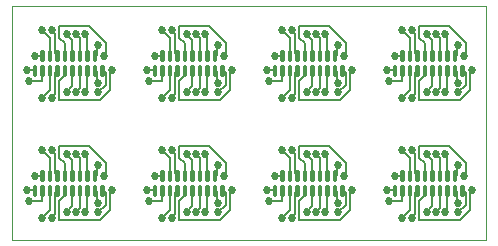
<source format=gtl>
G75*
%MOIN*%
%OFA0B0*%
%FSLAX25Y25*%
%IPPOS*%
%LPD*%
%AMOC8*
5,1,8,0,0,1.08239X$1,22.5*
%
%ADD10C,0.00000*%
%ADD11C,0.01350*%
%ADD12C,0.00600*%
%ADD13C,0.02700*%
D10*
X0001500Y0001500D02*
X0001500Y0079500D01*
X0159500Y0079500D01*
X0159500Y0001500D01*
X0121500Y0001500D01*
X0039500Y0001500D01*
X0001500Y0001500D01*
X0041500Y0001500D02*
X0079500Y0001500D01*
X0081500Y0001500D02*
X0119500Y0001500D01*
D11*
X0111625Y0016675D02*
X0111625Y0019325D01*
X0111775Y0019325D01*
X0111775Y0016675D01*
X0111625Y0016675D01*
X0111625Y0018024D02*
X0111775Y0018024D01*
X0109125Y0019325D02*
X0109125Y0016675D01*
X0109125Y0019325D02*
X0109275Y0019325D01*
X0109275Y0016675D01*
X0109125Y0016675D01*
X0109125Y0018024D02*
X0109275Y0018024D01*
X0106625Y0019325D02*
X0106625Y0016675D01*
X0106625Y0019325D02*
X0106775Y0019325D01*
X0106775Y0016675D01*
X0106625Y0016675D01*
X0106625Y0018024D02*
X0106775Y0018024D01*
X0104125Y0019325D02*
X0104125Y0016675D01*
X0104125Y0019325D02*
X0104275Y0019325D01*
X0104275Y0016675D01*
X0104125Y0016675D01*
X0104125Y0018024D02*
X0104275Y0018024D01*
X0101625Y0019325D02*
X0101625Y0016675D01*
X0101625Y0019325D02*
X0101775Y0019325D01*
X0101775Y0016675D01*
X0101625Y0016675D01*
X0101625Y0018024D02*
X0101775Y0018024D01*
X0099125Y0019325D02*
X0099125Y0016675D01*
X0099125Y0019325D02*
X0099275Y0019325D01*
X0099275Y0016675D01*
X0099125Y0016675D01*
X0099125Y0018024D02*
X0099275Y0018024D01*
X0096625Y0019325D02*
X0096625Y0016675D01*
X0096625Y0019325D02*
X0096775Y0019325D01*
X0096775Y0016675D01*
X0096625Y0016675D01*
X0096625Y0018024D02*
X0096775Y0018024D01*
X0094125Y0019325D02*
X0094125Y0016675D01*
X0094125Y0019325D02*
X0094275Y0019325D01*
X0094275Y0016675D01*
X0094125Y0016675D01*
X0094125Y0018024D02*
X0094275Y0018024D01*
X0091625Y0019325D02*
X0091625Y0016675D01*
X0091625Y0019325D02*
X0091775Y0019325D01*
X0091775Y0016675D01*
X0091625Y0016675D01*
X0091625Y0018024D02*
X0091775Y0018024D01*
X0089125Y0019325D02*
X0089125Y0016675D01*
X0089125Y0019325D02*
X0089275Y0019325D01*
X0089275Y0016675D01*
X0089125Y0016675D01*
X0089125Y0018024D02*
X0089275Y0018024D01*
X0091625Y0021675D02*
X0091625Y0024325D01*
X0091775Y0024325D01*
X0091775Y0021675D01*
X0091625Y0021675D01*
X0091625Y0023024D02*
X0091775Y0023024D01*
X0094125Y0024325D02*
X0094125Y0021675D01*
X0094125Y0024325D02*
X0094275Y0024325D01*
X0094275Y0021675D01*
X0094125Y0021675D01*
X0094125Y0023024D02*
X0094275Y0023024D01*
X0096625Y0024325D02*
X0096625Y0021675D01*
X0096625Y0024325D02*
X0096775Y0024325D01*
X0096775Y0021675D01*
X0096625Y0021675D01*
X0096625Y0023024D02*
X0096775Y0023024D01*
X0099125Y0024325D02*
X0099125Y0021675D01*
X0099125Y0024325D02*
X0099275Y0024325D01*
X0099275Y0021675D01*
X0099125Y0021675D01*
X0099125Y0023024D02*
X0099275Y0023024D01*
X0101625Y0024325D02*
X0101625Y0021675D01*
X0101625Y0024325D02*
X0101775Y0024325D01*
X0101775Y0021675D01*
X0101625Y0021675D01*
X0101625Y0023024D02*
X0101775Y0023024D01*
X0104125Y0024325D02*
X0104125Y0021675D01*
X0104125Y0024325D02*
X0104275Y0024325D01*
X0104275Y0021675D01*
X0104125Y0021675D01*
X0104125Y0023024D02*
X0104275Y0023024D01*
X0106625Y0024325D02*
X0106625Y0021675D01*
X0106625Y0024325D02*
X0106775Y0024325D01*
X0106775Y0021675D01*
X0106625Y0021675D01*
X0106625Y0023024D02*
X0106775Y0023024D01*
X0109125Y0024325D02*
X0109125Y0021675D01*
X0109125Y0024325D02*
X0109275Y0024325D01*
X0109275Y0021675D01*
X0109125Y0021675D01*
X0109125Y0023024D02*
X0109275Y0023024D01*
X0129125Y0019325D02*
X0129125Y0016675D01*
X0129125Y0019325D02*
X0129275Y0019325D01*
X0129275Y0016675D01*
X0129125Y0016675D01*
X0129125Y0018024D02*
X0129275Y0018024D01*
X0131625Y0019325D02*
X0131625Y0016675D01*
X0131625Y0019325D02*
X0131775Y0019325D01*
X0131775Y0016675D01*
X0131625Y0016675D01*
X0131625Y0018024D02*
X0131775Y0018024D01*
X0134125Y0019325D02*
X0134125Y0016675D01*
X0134125Y0019325D02*
X0134275Y0019325D01*
X0134275Y0016675D01*
X0134125Y0016675D01*
X0134125Y0018024D02*
X0134275Y0018024D01*
X0136625Y0019325D02*
X0136625Y0016675D01*
X0136625Y0019325D02*
X0136775Y0019325D01*
X0136775Y0016675D01*
X0136625Y0016675D01*
X0136625Y0018024D02*
X0136775Y0018024D01*
X0139125Y0019325D02*
X0139125Y0016675D01*
X0139125Y0019325D02*
X0139275Y0019325D01*
X0139275Y0016675D01*
X0139125Y0016675D01*
X0139125Y0018024D02*
X0139275Y0018024D01*
X0141625Y0019325D02*
X0141625Y0016675D01*
X0141625Y0019325D02*
X0141775Y0019325D01*
X0141775Y0016675D01*
X0141625Y0016675D01*
X0141625Y0018024D02*
X0141775Y0018024D01*
X0144125Y0019325D02*
X0144125Y0016675D01*
X0144125Y0019325D02*
X0144275Y0019325D01*
X0144275Y0016675D01*
X0144125Y0016675D01*
X0144125Y0018024D02*
X0144275Y0018024D01*
X0146625Y0019325D02*
X0146625Y0016675D01*
X0146625Y0019325D02*
X0146775Y0019325D01*
X0146775Y0016675D01*
X0146625Y0016675D01*
X0146625Y0018024D02*
X0146775Y0018024D01*
X0149125Y0019325D02*
X0149125Y0016675D01*
X0149125Y0019325D02*
X0149275Y0019325D01*
X0149275Y0016675D01*
X0149125Y0016675D01*
X0149125Y0018024D02*
X0149275Y0018024D01*
X0151625Y0019325D02*
X0151625Y0016675D01*
X0151625Y0019325D02*
X0151775Y0019325D01*
X0151775Y0016675D01*
X0151625Y0016675D01*
X0151625Y0018024D02*
X0151775Y0018024D01*
X0149125Y0021675D02*
X0149125Y0024325D01*
X0149275Y0024325D01*
X0149275Y0021675D01*
X0149125Y0021675D01*
X0149125Y0023024D02*
X0149275Y0023024D01*
X0146625Y0024325D02*
X0146625Y0021675D01*
X0146625Y0024325D02*
X0146775Y0024325D01*
X0146775Y0021675D01*
X0146625Y0021675D01*
X0146625Y0023024D02*
X0146775Y0023024D01*
X0144125Y0024325D02*
X0144125Y0021675D01*
X0144125Y0024325D02*
X0144275Y0024325D01*
X0144275Y0021675D01*
X0144125Y0021675D01*
X0144125Y0023024D02*
X0144275Y0023024D01*
X0141625Y0024325D02*
X0141625Y0021675D01*
X0141625Y0024325D02*
X0141775Y0024325D01*
X0141775Y0021675D01*
X0141625Y0021675D01*
X0141625Y0023024D02*
X0141775Y0023024D01*
X0139125Y0024325D02*
X0139125Y0021675D01*
X0139125Y0024325D02*
X0139275Y0024325D01*
X0139275Y0021675D01*
X0139125Y0021675D01*
X0139125Y0023024D02*
X0139275Y0023024D01*
X0136625Y0024325D02*
X0136625Y0021675D01*
X0136625Y0024325D02*
X0136775Y0024325D01*
X0136775Y0021675D01*
X0136625Y0021675D01*
X0136625Y0023024D02*
X0136775Y0023024D01*
X0134125Y0024325D02*
X0134125Y0021675D01*
X0134125Y0024325D02*
X0134275Y0024325D01*
X0134275Y0021675D01*
X0134125Y0021675D01*
X0134125Y0023024D02*
X0134275Y0023024D01*
X0131625Y0024325D02*
X0131625Y0021675D01*
X0131625Y0024325D02*
X0131775Y0024325D01*
X0131775Y0021675D01*
X0131625Y0021675D01*
X0131625Y0023024D02*
X0131775Y0023024D01*
X0071625Y0019325D02*
X0071625Y0016675D01*
X0071625Y0019325D02*
X0071775Y0019325D01*
X0071775Y0016675D01*
X0071625Y0016675D01*
X0071625Y0018024D02*
X0071775Y0018024D01*
X0069125Y0019325D02*
X0069125Y0016675D01*
X0069125Y0019325D02*
X0069275Y0019325D01*
X0069275Y0016675D01*
X0069125Y0016675D01*
X0069125Y0018024D02*
X0069275Y0018024D01*
X0066625Y0019325D02*
X0066625Y0016675D01*
X0066625Y0019325D02*
X0066775Y0019325D01*
X0066775Y0016675D01*
X0066625Y0016675D01*
X0066625Y0018024D02*
X0066775Y0018024D01*
X0064125Y0019325D02*
X0064125Y0016675D01*
X0064125Y0019325D02*
X0064275Y0019325D01*
X0064275Y0016675D01*
X0064125Y0016675D01*
X0064125Y0018024D02*
X0064275Y0018024D01*
X0061625Y0019325D02*
X0061625Y0016675D01*
X0061625Y0019325D02*
X0061775Y0019325D01*
X0061775Y0016675D01*
X0061625Y0016675D01*
X0061625Y0018024D02*
X0061775Y0018024D01*
X0059125Y0019325D02*
X0059125Y0016675D01*
X0059125Y0019325D02*
X0059275Y0019325D01*
X0059275Y0016675D01*
X0059125Y0016675D01*
X0059125Y0018024D02*
X0059275Y0018024D01*
X0056625Y0019325D02*
X0056625Y0016675D01*
X0056625Y0019325D02*
X0056775Y0019325D01*
X0056775Y0016675D01*
X0056625Y0016675D01*
X0056625Y0018024D02*
X0056775Y0018024D01*
X0054125Y0019325D02*
X0054125Y0016675D01*
X0054125Y0019325D02*
X0054275Y0019325D01*
X0054275Y0016675D01*
X0054125Y0016675D01*
X0054125Y0018024D02*
X0054275Y0018024D01*
X0051625Y0019325D02*
X0051625Y0016675D01*
X0051625Y0019325D02*
X0051775Y0019325D01*
X0051775Y0016675D01*
X0051625Y0016675D01*
X0051625Y0018024D02*
X0051775Y0018024D01*
X0049125Y0019325D02*
X0049125Y0016675D01*
X0049125Y0019325D02*
X0049275Y0019325D01*
X0049275Y0016675D01*
X0049125Y0016675D01*
X0049125Y0018024D02*
X0049275Y0018024D01*
X0051625Y0021675D02*
X0051625Y0024325D01*
X0051775Y0024325D01*
X0051775Y0021675D01*
X0051625Y0021675D01*
X0051625Y0023024D02*
X0051775Y0023024D01*
X0054125Y0024325D02*
X0054125Y0021675D01*
X0054125Y0024325D02*
X0054275Y0024325D01*
X0054275Y0021675D01*
X0054125Y0021675D01*
X0054125Y0023024D02*
X0054275Y0023024D01*
X0056625Y0024325D02*
X0056625Y0021675D01*
X0056625Y0024325D02*
X0056775Y0024325D01*
X0056775Y0021675D01*
X0056625Y0021675D01*
X0056625Y0023024D02*
X0056775Y0023024D01*
X0059125Y0024325D02*
X0059125Y0021675D01*
X0059125Y0024325D02*
X0059275Y0024325D01*
X0059275Y0021675D01*
X0059125Y0021675D01*
X0059125Y0023024D02*
X0059275Y0023024D01*
X0061625Y0024325D02*
X0061625Y0021675D01*
X0061625Y0024325D02*
X0061775Y0024325D01*
X0061775Y0021675D01*
X0061625Y0021675D01*
X0061625Y0023024D02*
X0061775Y0023024D01*
X0064125Y0024325D02*
X0064125Y0021675D01*
X0064125Y0024325D02*
X0064275Y0024325D01*
X0064275Y0021675D01*
X0064125Y0021675D01*
X0064125Y0023024D02*
X0064275Y0023024D01*
X0066625Y0024325D02*
X0066625Y0021675D01*
X0066625Y0024325D02*
X0066775Y0024325D01*
X0066775Y0021675D01*
X0066625Y0021675D01*
X0066625Y0023024D02*
X0066775Y0023024D01*
X0069125Y0024325D02*
X0069125Y0021675D01*
X0069125Y0024325D02*
X0069275Y0024325D01*
X0069275Y0021675D01*
X0069125Y0021675D01*
X0069125Y0023024D02*
X0069275Y0023024D01*
X0031625Y0019325D02*
X0031625Y0016675D01*
X0031625Y0019325D02*
X0031775Y0019325D01*
X0031775Y0016675D01*
X0031625Y0016675D01*
X0031625Y0018024D02*
X0031775Y0018024D01*
X0029125Y0019325D02*
X0029125Y0016675D01*
X0029125Y0019325D02*
X0029275Y0019325D01*
X0029275Y0016675D01*
X0029125Y0016675D01*
X0029125Y0018024D02*
X0029275Y0018024D01*
X0026625Y0019325D02*
X0026625Y0016675D01*
X0026625Y0019325D02*
X0026775Y0019325D01*
X0026775Y0016675D01*
X0026625Y0016675D01*
X0026625Y0018024D02*
X0026775Y0018024D01*
X0024125Y0019325D02*
X0024125Y0016675D01*
X0024125Y0019325D02*
X0024275Y0019325D01*
X0024275Y0016675D01*
X0024125Y0016675D01*
X0024125Y0018024D02*
X0024275Y0018024D01*
X0021625Y0019325D02*
X0021625Y0016675D01*
X0021625Y0019325D02*
X0021775Y0019325D01*
X0021775Y0016675D01*
X0021625Y0016675D01*
X0021625Y0018024D02*
X0021775Y0018024D01*
X0019125Y0019325D02*
X0019125Y0016675D01*
X0019125Y0019325D02*
X0019275Y0019325D01*
X0019275Y0016675D01*
X0019125Y0016675D01*
X0019125Y0018024D02*
X0019275Y0018024D01*
X0016625Y0019325D02*
X0016625Y0016675D01*
X0016625Y0019325D02*
X0016775Y0019325D01*
X0016775Y0016675D01*
X0016625Y0016675D01*
X0016625Y0018024D02*
X0016775Y0018024D01*
X0014125Y0019325D02*
X0014125Y0016675D01*
X0014125Y0019325D02*
X0014275Y0019325D01*
X0014275Y0016675D01*
X0014125Y0016675D01*
X0014125Y0018024D02*
X0014275Y0018024D01*
X0011625Y0019325D02*
X0011625Y0016675D01*
X0011625Y0019325D02*
X0011775Y0019325D01*
X0011775Y0016675D01*
X0011625Y0016675D01*
X0011625Y0018024D02*
X0011775Y0018024D01*
X0009125Y0019325D02*
X0009125Y0016675D01*
X0009125Y0019325D02*
X0009275Y0019325D01*
X0009275Y0016675D01*
X0009125Y0016675D01*
X0009125Y0018024D02*
X0009275Y0018024D01*
X0011625Y0021675D02*
X0011625Y0024325D01*
X0011775Y0024325D01*
X0011775Y0021675D01*
X0011625Y0021675D01*
X0011625Y0023024D02*
X0011775Y0023024D01*
X0014125Y0024325D02*
X0014125Y0021675D01*
X0014125Y0024325D02*
X0014275Y0024325D01*
X0014275Y0021675D01*
X0014125Y0021675D01*
X0014125Y0023024D02*
X0014275Y0023024D01*
X0016625Y0024325D02*
X0016625Y0021675D01*
X0016625Y0024325D02*
X0016775Y0024325D01*
X0016775Y0021675D01*
X0016625Y0021675D01*
X0016625Y0023024D02*
X0016775Y0023024D01*
X0019125Y0024325D02*
X0019125Y0021675D01*
X0019125Y0024325D02*
X0019275Y0024325D01*
X0019275Y0021675D01*
X0019125Y0021675D01*
X0019125Y0023024D02*
X0019275Y0023024D01*
X0021625Y0024325D02*
X0021625Y0021675D01*
X0021625Y0024325D02*
X0021775Y0024325D01*
X0021775Y0021675D01*
X0021625Y0021675D01*
X0021625Y0023024D02*
X0021775Y0023024D01*
X0024125Y0024325D02*
X0024125Y0021675D01*
X0024125Y0024325D02*
X0024275Y0024325D01*
X0024275Y0021675D01*
X0024125Y0021675D01*
X0024125Y0023024D02*
X0024275Y0023024D01*
X0026625Y0024325D02*
X0026625Y0021675D01*
X0026625Y0024325D02*
X0026775Y0024325D01*
X0026775Y0021675D01*
X0026625Y0021675D01*
X0026625Y0023024D02*
X0026775Y0023024D01*
X0029125Y0024325D02*
X0029125Y0021675D01*
X0029125Y0024325D02*
X0029275Y0024325D01*
X0029275Y0021675D01*
X0029125Y0021675D01*
X0029125Y0023024D02*
X0029275Y0023024D01*
X0029125Y0056675D02*
X0029125Y0059325D01*
X0029275Y0059325D01*
X0029275Y0056675D01*
X0029125Y0056675D01*
X0029125Y0058024D02*
X0029275Y0058024D01*
X0031625Y0059325D02*
X0031625Y0056675D01*
X0031625Y0059325D02*
X0031775Y0059325D01*
X0031775Y0056675D01*
X0031625Y0056675D01*
X0031625Y0058024D02*
X0031775Y0058024D01*
X0026625Y0059325D02*
X0026625Y0056675D01*
X0026625Y0059325D02*
X0026775Y0059325D01*
X0026775Y0056675D01*
X0026625Y0056675D01*
X0026625Y0058024D02*
X0026775Y0058024D01*
X0024125Y0059325D02*
X0024125Y0056675D01*
X0024125Y0059325D02*
X0024275Y0059325D01*
X0024275Y0056675D01*
X0024125Y0056675D01*
X0024125Y0058024D02*
X0024275Y0058024D01*
X0021625Y0059325D02*
X0021625Y0056675D01*
X0021625Y0059325D02*
X0021775Y0059325D01*
X0021775Y0056675D01*
X0021625Y0056675D01*
X0021625Y0058024D02*
X0021775Y0058024D01*
X0019125Y0059325D02*
X0019125Y0056675D01*
X0019125Y0059325D02*
X0019275Y0059325D01*
X0019275Y0056675D01*
X0019125Y0056675D01*
X0019125Y0058024D02*
X0019275Y0058024D01*
X0016625Y0059325D02*
X0016625Y0056675D01*
X0016625Y0059325D02*
X0016775Y0059325D01*
X0016775Y0056675D01*
X0016625Y0056675D01*
X0016625Y0058024D02*
X0016775Y0058024D01*
X0014125Y0059325D02*
X0014125Y0056675D01*
X0014125Y0059325D02*
X0014275Y0059325D01*
X0014275Y0056675D01*
X0014125Y0056675D01*
X0014125Y0058024D02*
X0014275Y0058024D01*
X0011625Y0059325D02*
X0011625Y0056675D01*
X0011625Y0059325D02*
X0011775Y0059325D01*
X0011775Y0056675D01*
X0011625Y0056675D01*
X0011625Y0058024D02*
X0011775Y0058024D01*
X0009125Y0059325D02*
X0009125Y0056675D01*
X0009125Y0059325D02*
X0009275Y0059325D01*
X0009275Y0056675D01*
X0009125Y0056675D01*
X0009125Y0058024D02*
X0009275Y0058024D01*
X0011625Y0061675D02*
X0011625Y0064325D01*
X0011775Y0064325D01*
X0011775Y0061675D01*
X0011625Y0061675D01*
X0011625Y0063024D02*
X0011775Y0063024D01*
X0014125Y0064325D02*
X0014125Y0061675D01*
X0014125Y0064325D02*
X0014275Y0064325D01*
X0014275Y0061675D01*
X0014125Y0061675D01*
X0014125Y0063024D02*
X0014275Y0063024D01*
X0016625Y0064325D02*
X0016625Y0061675D01*
X0016625Y0064325D02*
X0016775Y0064325D01*
X0016775Y0061675D01*
X0016625Y0061675D01*
X0016625Y0063024D02*
X0016775Y0063024D01*
X0019125Y0064325D02*
X0019125Y0061675D01*
X0019125Y0064325D02*
X0019275Y0064325D01*
X0019275Y0061675D01*
X0019125Y0061675D01*
X0019125Y0063024D02*
X0019275Y0063024D01*
X0021625Y0064325D02*
X0021625Y0061675D01*
X0021625Y0064325D02*
X0021775Y0064325D01*
X0021775Y0061675D01*
X0021625Y0061675D01*
X0021625Y0063024D02*
X0021775Y0063024D01*
X0024125Y0064325D02*
X0024125Y0061675D01*
X0024125Y0064325D02*
X0024275Y0064325D01*
X0024275Y0061675D01*
X0024125Y0061675D01*
X0024125Y0063024D02*
X0024275Y0063024D01*
X0026625Y0064325D02*
X0026625Y0061675D01*
X0026625Y0064325D02*
X0026775Y0064325D01*
X0026775Y0061675D01*
X0026625Y0061675D01*
X0026625Y0063024D02*
X0026775Y0063024D01*
X0029125Y0064325D02*
X0029125Y0061675D01*
X0029125Y0064325D02*
X0029275Y0064325D01*
X0029275Y0061675D01*
X0029125Y0061675D01*
X0029125Y0063024D02*
X0029275Y0063024D01*
X0049125Y0059325D02*
X0049125Y0056675D01*
X0049125Y0059325D02*
X0049275Y0059325D01*
X0049275Y0056675D01*
X0049125Y0056675D01*
X0049125Y0058024D02*
X0049275Y0058024D01*
X0051625Y0059325D02*
X0051625Y0056675D01*
X0051625Y0059325D02*
X0051775Y0059325D01*
X0051775Y0056675D01*
X0051625Y0056675D01*
X0051625Y0058024D02*
X0051775Y0058024D01*
X0054125Y0059325D02*
X0054125Y0056675D01*
X0054125Y0059325D02*
X0054275Y0059325D01*
X0054275Y0056675D01*
X0054125Y0056675D01*
X0054125Y0058024D02*
X0054275Y0058024D01*
X0056625Y0059325D02*
X0056625Y0056675D01*
X0056625Y0059325D02*
X0056775Y0059325D01*
X0056775Y0056675D01*
X0056625Y0056675D01*
X0056625Y0058024D02*
X0056775Y0058024D01*
X0059125Y0059325D02*
X0059125Y0056675D01*
X0059125Y0059325D02*
X0059275Y0059325D01*
X0059275Y0056675D01*
X0059125Y0056675D01*
X0059125Y0058024D02*
X0059275Y0058024D01*
X0061625Y0059325D02*
X0061625Y0056675D01*
X0061625Y0059325D02*
X0061775Y0059325D01*
X0061775Y0056675D01*
X0061625Y0056675D01*
X0061625Y0058024D02*
X0061775Y0058024D01*
X0064125Y0059325D02*
X0064125Y0056675D01*
X0064125Y0059325D02*
X0064275Y0059325D01*
X0064275Y0056675D01*
X0064125Y0056675D01*
X0064125Y0058024D02*
X0064275Y0058024D01*
X0066625Y0059325D02*
X0066625Y0056675D01*
X0066625Y0059325D02*
X0066775Y0059325D01*
X0066775Y0056675D01*
X0066625Y0056675D01*
X0066625Y0058024D02*
X0066775Y0058024D01*
X0069125Y0059325D02*
X0069125Y0056675D01*
X0069125Y0059325D02*
X0069275Y0059325D01*
X0069275Y0056675D01*
X0069125Y0056675D01*
X0069125Y0058024D02*
X0069275Y0058024D01*
X0071625Y0059325D02*
X0071625Y0056675D01*
X0071625Y0059325D02*
X0071775Y0059325D01*
X0071775Y0056675D01*
X0071625Y0056675D01*
X0071625Y0058024D02*
X0071775Y0058024D01*
X0069125Y0061675D02*
X0069125Y0064325D01*
X0069275Y0064325D01*
X0069275Y0061675D01*
X0069125Y0061675D01*
X0069125Y0063024D02*
X0069275Y0063024D01*
X0066625Y0064325D02*
X0066625Y0061675D01*
X0066625Y0064325D02*
X0066775Y0064325D01*
X0066775Y0061675D01*
X0066625Y0061675D01*
X0066625Y0063024D02*
X0066775Y0063024D01*
X0064125Y0064325D02*
X0064125Y0061675D01*
X0064125Y0064325D02*
X0064275Y0064325D01*
X0064275Y0061675D01*
X0064125Y0061675D01*
X0064125Y0063024D02*
X0064275Y0063024D01*
X0061625Y0064325D02*
X0061625Y0061675D01*
X0061625Y0064325D02*
X0061775Y0064325D01*
X0061775Y0061675D01*
X0061625Y0061675D01*
X0061625Y0063024D02*
X0061775Y0063024D01*
X0059125Y0064325D02*
X0059125Y0061675D01*
X0059125Y0064325D02*
X0059275Y0064325D01*
X0059275Y0061675D01*
X0059125Y0061675D01*
X0059125Y0063024D02*
X0059275Y0063024D01*
X0056625Y0064325D02*
X0056625Y0061675D01*
X0056625Y0064325D02*
X0056775Y0064325D01*
X0056775Y0061675D01*
X0056625Y0061675D01*
X0056625Y0063024D02*
X0056775Y0063024D01*
X0054125Y0064325D02*
X0054125Y0061675D01*
X0054125Y0064325D02*
X0054275Y0064325D01*
X0054275Y0061675D01*
X0054125Y0061675D01*
X0054125Y0063024D02*
X0054275Y0063024D01*
X0051625Y0064325D02*
X0051625Y0061675D01*
X0051625Y0064325D02*
X0051775Y0064325D01*
X0051775Y0061675D01*
X0051625Y0061675D01*
X0051625Y0063024D02*
X0051775Y0063024D01*
X0089125Y0059325D02*
X0089125Y0056675D01*
X0089125Y0059325D02*
X0089275Y0059325D01*
X0089275Y0056675D01*
X0089125Y0056675D01*
X0089125Y0058024D02*
X0089275Y0058024D01*
X0091625Y0059325D02*
X0091625Y0056675D01*
X0091625Y0059325D02*
X0091775Y0059325D01*
X0091775Y0056675D01*
X0091625Y0056675D01*
X0091625Y0058024D02*
X0091775Y0058024D01*
X0094125Y0059325D02*
X0094125Y0056675D01*
X0094125Y0059325D02*
X0094275Y0059325D01*
X0094275Y0056675D01*
X0094125Y0056675D01*
X0094125Y0058024D02*
X0094275Y0058024D01*
X0096625Y0059325D02*
X0096625Y0056675D01*
X0096625Y0059325D02*
X0096775Y0059325D01*
X0096775Y0056675D01*
X0096625Y0056675D01*
X0096625Y0058024D02*
X0096775Y0058024D01*
X0099125Y0059325D02*
X0099125Y0056675D01*
X0099125Y0059325D02*
X0099275Y0059325D01*
X0099275Y0056675D01*
X0099125Y0056675D01*
X0099125Y0058024D02*
X0099275Y0058024D01*
X0101625Y0059325D02*
X0101625Y0056675D01*
X0101625Y0059325D02*
X0101775Y0059325D01*
X0101775Y0056675D01*
X0101625Y0056675D01*
X0101625Y0058024D02*
X0101775Y0058024D01*
X0104125Y0059325D02*
X0104125Y0056675D01*
X0104125Y0059325D02*
X0104275Y0059325D01*
X0104275Y0056675D01*
X0104125Y0056675D01*
X0104125Y0058024D02*
X0104275Y0058024D01*
X0106625Y0059325D02*
X0106625Y0056675D01*
X0106625Y0059325D02*
X0106775Y0059325D01*
X0106775Y0056675D01*
X0106625Y0056675D01*
X0106625Y0058024D02*
X0106775Y0058024D01*
X0109125Y0059325D02*
X0109125Y0056675D01*
X0109125Y0059325D02*
X0109275Y0059325D01*
X0109275Y0056675D01*
X0109125Y0056675D01*
X0109125Y0058024D02*
X0109275Y0058024D01*
X0111625Y0059325D02*
X0111625Y0056675D01*
X0111625Y0059325D02*
X0111775Y0059325D01*
X0111775Y0056675D01*
X0111625Y0056675D01*
X0111625Y0058024D02*
X0111775Y0058024D01*
X0109125Y0061675D02*
X0109125Y0064325D01*
X0109275Y0064325D01*
X0109275Y0061675D01*
X0109125Y0061675D01*
X0109125Y0063024D02*
X0109275Y0063024D01*
X0106625Y0064325D02*
X0106625Y0061675D01*
X0106625Y0064325D02*
X0106775Y0064325D01*
X0106775Y0061675D01*
X0106625Y0061675D01*
X0106625Y0063024D02*
X0106775Y0063024D01*
X0104125Y0064325D02*
X0104125Y0061675D01*
X0104125Y0064325D02*
X0104275Y0064325D01*
X0104275Y0061675D01*
X0104125Y0061675D01*
X0104125Y0063024D02*
X0104275Y0063024D01*
X0101625Y0064325D02*
X0101625Y0061675D01*
X0101625Y0064325D02*
X0101775Y0064325D01*
X0101775Y0061675D01*
X0101625Y0061675D01*
X0101625Y0063024D02*
X0101775Y0063024D01*
X0099125Y0064325D02*
X0099125Y0061675D01*
X0099125Y0064325D02*
X0099275Y0064325D01*
X0099275Y0061675D01*
X0099125Y0061675D01*
X0099125Y0063024D02*
X0099275Y0063024D01*
X0096625Y0064325D02*
X0096625Y0061675D01*
X0096625Y0064325D02*
X0096775Y0064325D01*
X0096775Y0061675D01*
X0096625Y0061675D01*
X0096625Y0063024D02*
X0096775Y0063024D01*
X0094125Y0064325D02*
X0094125Y0061675D01*
X0094125Y0064325D02*
X0094275Y0064325D01*
X0094275Y0061675D01*
X0094125Y0061675D01*
X0094125Y0063024D02*
X0094275Y0063024D01*
X0091625Y0064325D02*
X0091625Y0061675D01*
X0091625Y0064325D02*
X0091775Y0064325D01*
X0091775Y0061675D01*
X0091625Y0061675D01*
X0091625Y0063024D02*
X0091775Y0063024D01*
X0129125Y0059325D02*
X0129125Y0056675D01*
X0129125Y0059325D02*
X0129275Y0059325D01*
X0129275Y0056675D01*
X0129125Y0056675D01*
X0129125Y0058024D02*
X0129275Y0058024D01*
X0131625Y0059325D02*
X0131625Y0056675D01*
X0131625Y0059325D02*
X0131775Y0059325D01*
X0131775Y0056675D01*
X0131625Y0056675D01*
X0131625Y0058024D02*
X0131775Y0058024D01*
X0134125Y0059325D02*
X0134125Y0056675D01*
X0134125Y0059325D02*
X0134275Y0059325D01*
X0134275Y0056675D01*
X0134125Y0056675D01*
X0134125Y0058024D02*
X0134275Y0058024D01*
X0136625Y0059325D02*
X0136625Y0056675D01*
X0136625Y0059325D02*
X0136775Y0059325D01*
X0136775Y0056675D01*
X0136625Y0056675D01*
X0136625Y0058024D02*
X0136775Y0058024D01*
X0139125Y0059325D02*
X0139125Y0056675D01*
X0139125Y0059325D02*
X0139275Y0059325D01*
X0139275Y0056675D01*
X0139125Y0056675D01*
X0139125Y0058024D02*
X0139275Y0058024D01*
X0141625Y0059325D02*
X0141625Y0056675D01*
X0141625Y0059325D02*
X0141775Y0059325D01*
X0141775Y0056675D01*
X0141625Y0056675D01*
X0141625Y0058024D02*
X0141775Y0058024D01*
X0144125Y0059325D02*
X0144125Y0056675D01*
X0144125Y0059325D02*
X0144275Y0059325D01*
X0144275Y0056675D01*
X0144125Y0056675D01*
X0144125Y0058024D02*
X0144275Y0058024D01*
X0146625Y0059325D02*
X0146625Y0056675D01*
X0146625Y0059325D02*
X0146775Y0059325D01*
X0146775Y0056675D01*
X0146625Y0056675D01*
X0146625Y0058024D02*
X0146775Y0058024D01*
X0149125Y0059325D02*
X0149125Y0056675D01*
X0149125Y0059325D02*
X0149275Y0059325D01*
X0149275Y0056675D01*
X0149125Y0056675D01*
X0149125Y0058024D02*
X0149275Y0058024D01*
X0151625Y0059325D02*
X0151625Y0056675D01*
X0151625Y0059325D02*
X0151775Y0059325D01*
X0151775Y0056675D01*
X0151625Y0056675D01*
X0151625Y0058024D02*
X0151775Y0058024D01*
X0149125Y0061675D02*
X0149125Y0064325D01*
X0149275Y0064325D01*
X0149275Y0061675D01*
X0149125Y0061675D01*
X0149125Y0063024D02*
X0149275Y0063024D01*
X0146625Y0064325D02*
X0146625Y0061675D01*
X0146625Y0064325D02*
X0146775Y0064325D01*
X0146775Y0061675D01*
X0146625Y0061675D01*
X0146625Y0063024D02*
X0146775Y0063024D01*
X0144125Y0064325D02*
X0144125Y0061675D01*
X0144125Y0064325D02*
X0144275Y0064325D01*
X0144275Y0061675D01*
X0144125Y0061675D01*
X0144125Y0063024D02*
X0144275Y0063024D01*
X0141625Y0064325D02*
X0141625Y0061675D01*
X0141625Y0064325D02*
X0141775Y0064325D01*
X0141775Y0061675D01*
X0141625Y0061675D01*
X0141625Y0063024D02*
X0141775Y0063024D01*
X0139125Y0064325D02*
X0139125Y0061675D01*
X0139125Y0064325D02*
X0139275Y0064325D01*
X0139275Y0061675D01*
X0139125Y0061675D01*
X0139125Y0063024D02*
X0139275Y0063024D01*
X0136625Y0064325D02*
X0136625Y0061675D01*
X0136625Y0064325D02*
X0136775Y0064325D01*
X0136775Y0061675D01*
X0136625Y0061675D01*
X0136625Y0063024D02*
X0136775Y0063024D01*
X0134125Y0064325D02*
X0134125Y0061675D01*
X0134125Y0064325D02*
X0134275Y0064325D01*
X0134275Y0061675D01*
X0134125Y0061675D01*
X0134125Y0063024D02*
X0134275Y0063024D01*
X0131625Y0064325D02*
X0131625Y0061675D01*
X0131625Y0064325D02*
X0131775Y0064325D01*
X0131775Y0061675D01*
X0131625Y0061675D01*
X0131625Y0063024D02*
X0131775Y0063024D01*
D12*
X0131700Y0063000D02*
X0131625Y0062750D01*
X0129125Y0062750D01*
X0134125Y0063375D02*
X0134200Y0063000D01*
X0134125Y0063375D02*
X0134125Y0069000D01*
X0131625Y0071500D01*
X0134750Y0071500D02*
X0136000Y0070250D01*
X0136000Y0064000D01*
X0136625Y0063375D01*
X0136700Y0063000D01*
X0139125Y0063375D02*
X0139200Y0063000D01*
X0139125Y0063375D02*
X0139125Y0067125D01*
X0137250Y0069000D01*
X0137250Y0072750D01*
X0147250Y0072750D01*
X0152875Y0067125D01*
X0152875Y0063375D01*
X0152250Y0062750D01*
X0149750Y0063375D02*
X0149200Y0063000D01*
X0149750Y0063375D02*
X0149750Y0065875D01*
X0150375Y0066500D01*
X0146625Y0063375D02*
X0146625Y0069625D01*
X0146000Y0070250D01*
X0144125Y0069000D02*
X0144125Y0063375D01*
X0144200Y0063000D01*
X0141700Y0063000D02*
X0141625Y0063375D01*
X0141625Y0068375D01*
X0139750Y0070250D01*
X0142875Y0070250D02*
X0144125Y0069000D01*
X0146625Y0063375D02*
X0146700Y0063000D01*
X0154125Y0057750D02*
X0154750Y0058375D01*
X0154125Y0057750D02*
X0154125Y0051500D01*
X0151000Y0048375D01*
X0137250Y0048375D01*
X0137250Y0054625D01*
X0139125Y0056500D01*
X0139125Y0057750D01*
X0139200Y0058000D01*
X0141625Y0057750D02*
X0141700Y0058000D01*
X0141625Y0057750D02*
X0141625Y0052750D01*
X0139750Y0050875D01*
X0142875Y0050875D02*
X0144125Y0052125D01*
X0144125Y0057750D01*
X0144200Y0058000D01*
X0146625Y0057750D02*
X0146700Y0058000D01*
X0146625Y0057750D02*
X0146625Y0051500D01*
X0146000Y0050875D01*
X0150375Y0050875D02*
X0152875Y0053375D01*
X0152875Y0057125D01*
X0152250Y0057750D01*
X0151700Y0058000D01*
X0149750Y0057750D02*
X0149200Y0058000D01*
X0149750Y0057750D02*
X0149750Y0054625D01*
X0150375Y0054000D01*
X0136700Y0058000D02*
X0136625Y0057750D01*
X0136000Y0057125D01*
X0136000Y0050250D01*
X0134750Y0049000D01*
X0134125Y0051500D02*
X0131625Y0049000D01*
X0134125Y0051500D02*
X0134125Y0057750D01*
X0134200Y0058000D01*
X0131700Y0058000D02*
X0131625Y0057750D01*
X0131625Y0054625D01*
X0127250Y0054625D01*
X0129200Y0058000D02*
X0129125Y0058375D01*
X0126625Y0058375D01*
X0114750Y0058375D02*
X0114125Y0057750D01*
X0114125Y0051500D01*
X0111000Y0048375D01*
X0097250Y0048375D01*
X0097250Y0054625D01*
X0099125Y0056500D01*
X0099125Y0057750D01*
X0099200Y0058000D01*
X0096700Y0058000D02*
X0096625Y0057750D01*
X0096000Y0057125D01*
X0096000Y0050250D01*
X0094750Y0049000D01*
X0094125Y0051500D02*
X0091625Y0049000D01*
X0094125Y0051500D02*
X0094125Y0057750D01*
X0094200Y0058000D01*
X0091700Y0058000D02*
X0091625Y0057750D01*
X0091625Y0054625D01*
X0087250Y0054625D01*
X0089200Y0058000D02*
X0089125Y0058375D01*
X0086625Y0058375D01*
X0089125Y0062750D02*
X0091625Y0062750D01*
X0091700Y0063000D01*
X0094125Y0063375D02*
X0094200Y0063000D01*
X0094125Y0063375D02*
X0094125Y0069000D01*
X0091625Y0071500D01*
X0094750Y0071500D02*
X0096000Y0070250D01*
X0096000Y0064000D01*
X0096625Y0063375D01*
X0096700Y0063000D01*
X0099125Y0063375D02*
X0099200Y0063000D01*
X0099125Y0063375D02*
X0099125Y0067125D01*
X0097250Y0069000D01*
X0097250Y0072750D01*
X0107250Y0072750D01*
X0112875Y0067125D01*
X0112875Y0063375D01*
X0112250Y0062750D01*
X0109750Y0063375D02*
X0109200Y0063000D01*
X0109750Y0063375D02*
X0109750Y0065875D01*
X0110375Y0066500D01*
X0106625Y0063375D02*
X0106625Y0069625D01*
X0106000Y0070250D01*
X0104125Y0069000D02*
X0104125Y0063375D01*
X0104200Y0063000D01*
X0101700Y0063000D02*
X0101625Y0063375D01*
X0101625Y0068375D01*
X0099750Y0070250D01*
X0102875Y0070250D02*
X0104125Y0069000D01*
X0106625Y0063375D02*
X0106700Y0063000D01*
X0106700Y0058000D02*
X0106625Y0057750D01*
X0106625Y0051500D01*
X0106000Y0050875D01*
X0104125Y0052125D02*
X0104125Y0057750D01*
X0104200Y0058000D01*
X0101700Y0058000D02*
X0101625Y0057750D01*
X0101625Y0052750D01*
X0099750Y0050875D01*
X0102875Y0050875D02*
X0104125Y0052125D01*
X0109750Y0054625D02*
X0110375Y0054000D01*
X0109750Y0054625D02*
X0109750Y0057750D01*
X0109200Y0058000D01*
X0111700Y0058000D02*
X0112250Y0057750D01*
X0112875Y0057125D01*
X0112875Y0053375D01*
X0110375Y0050875D01*
X0107250Y0032750D02*
X0097250Y0032750D01*
X0097250Y0029000D01*
X0099125Y0027125D01*
X0099125Y0023375D01*
X0099200Y0023000D01*
X0096700Y0023000D02*
X0096625Y0023375D01*
X0096000Y0024000D01*
X0096000Y0030250D01*
X0094750Y0031500D01*
X0094125Y0029000D02*
X0091625Y0031500D01*
X0094125Y0029000D02*
X0094125Y0023375D01*
X0094200Y0023000D01*
X0091700Y0023000D02*
X0091625Y0022750D01*
X0089125Y0022750D01*
X0089125Y0018375D02*
X0086625Y0018375D01*
X0089125Y0018375D02*
X0089200Y0018000D01*
X0091625Y0017750D02*
X0091700Y0018000D01*
X0091625Y0017750D02*
X0091625Y0014625D01*
X0087250Y0014625D01*
X0091625Y0009000D02*
X0094125Y0011500D01*
X0094125Y0017750D01*
X0094200Y0018000D01*
X0096000Y0017125D02*
X0096625Y0017750D01*
X0096700Y0018000D01*
X0096000Y0017125D02*
X0096000Y0010250D01*
X0094750Y0009000D01*
X0097250Y0008375D02*
X0097250Y0014625D01*
X0099125Y0016500D01*
X0099125Y0017750D01*
X0099200Y0018000D01*
X0101625Y0017750D02*
X0101700Y0018000D01*
X0101625Y0017750D02*
X0101625Y0012750D01*
X0099750Y0010875D01*
X0102875Y0010875D02*
X0104125Y0012125D01*
X0104125Y0017750D01*
X0104200Y0018000D01*
X0106625Y0017750D02*
X0106700Y0018000D01*
X0106625Y0017750D02*
X0106625Y0011500D01*
X0106000Y0010875D01*
X0110375Y0010875D02*
X0112875Y0013375D01*
X0112875Y0017125D01*
X0112250Y0017750D01*
X0111700Y0018000D01*
X0109750Y0017750D02*
X0109200Y0018000D01*
X0109750Y0017750D02*
X0109750Y0014625D01*
X0110375Y0014000D01*
X0114125Y0011500D02*
X0111000Y0008375D01*
X0097250Y0008375D01*
X0114125Y0011500D02*
X0114125Y0017750D01*
X0114750Y0018375D01*
X0112250Y0022750D02*
X0112875Y0023375D01*
X0112875Y0027125D01*
X0107250Y0032750D01*
X0106000Y0030250D02*
X0106625Y0029625D01*
X0106625Y0023375D01*
X0106700Y0023000D01*
X0109200Y0023000D02*
X0109750Y0023375D01*
X0109750Y0025875D01*
X0110375Y0026500D01*
X0104125Y0029000D02*
X0104125Y0023375D01*
X0104200Y0023000D01*
X0101700Y0023000D02*
X0101625Y0023375D01*
X0101625Y0028375D01*
X0099750Y0030250D01*
X0102875Y0030250D02*
X0104125Y0029000D01*
X0126625Y0018375D02*
X0129125Y0018375D01*
X0129200Y0018000D01*
X0131625Y0017750D02*
X0131700Y0018000D01*
X0131625Y0017750D02*
X0131625Y0014625D01*
X0127250Y0014625D01*
X0131625Y0009000D02*
X0134125Y0011500D01*
X0134125Y0017750D01*
X0134200Y0018000D01*
X0136000Y0017125D02*
X0136625Y0017750D01*
X0136700Y0018000D01*
X0136000Y0017125D02*
X0136000Y0010250D01*
X0134750Y0009000D01*
X0137250Y0008375D02*
X0137250Y0014625D01*
X0139125Y0016500D01*
X0139125Y0017750D01*
X0139200Y0018000D01*
X0141625Y0017750D02*
X0141700Y0018000D01*
X0141625Y0017750D02*
X0141625Y0012750D01*
X0139750Y0010875D01*
X0142875Y0010875D02*
X0144125Y0012125D01*
X0144125Y0017750D01*
X0144200Y0018000D01*
X0146625Y0017750D02*
X0146700Y0018000D01*
X0146625Y0017750D02*
X0146625Y0011500D01*
X0146000Y0010875D01*
X0150375Y0010875D02*
X0152875Y0013375D01*
X0152875Y0017125D01*
X0152250Y0017750D01*
X0151700Y0018000D01*
X0149750Y0017750D02*
X0149200Y0018000D01*
X0149750Y0017750D02*
X0149750Y0014625D01*
X0150375Y0014000D01*
X0154125Y0011500D02*
X0151000Y0008375D01*
X0137250Y0008375D01*
X0154125Y0011500D02*
X0154125Y0017750D01*
X0154750Y0018375D01*
X0152250Y0022750D02*
X0152875Y0023375D01*
X0152875Y0027125D01*
X0147250Y0032750D01*
X0137250Y0032750D01*
X0137250Y0029000D01*
X0139125Y0027125D01*
X0139125Y0023375D01*
X0139200Y0023000D01*
X0141625Y0023375D02*
X0141700Y0023000D01*
X0141625Y0023375D02*
X0141625Y0028375D01*
X0139750Y0030250D01*
X0142875Y0030250D02*
X0144125Y0029000D01*
X0144125Y0023375D01*
X0144200Y0023000D01*
X0146625Y0023375D02*
X0146700Y0023000D01*
X0146625Y0023375D02*
X0146625Y0029625D01*
X0146000Y0030250D01*
X0149750Y0025875D02*
X0150375Y0026500D01*
X0149750Y0025875D02*
X0149750Y0023375D01*
X0149200Y0023000D01*
X0136700Y0023000D02*
X0136625Y0023375D01*
X0136000Y0024000D01*
X0136000Y0030250D01*
X0134750Y0031500D01*
X0134125Y0029000D02*
X0131625Y0031500D01*
X0134125Y0029000D02*
X0134125Y0023375D01*
X0134200Y0023000D01*
X0131700Y0023000D02*
X0131625Y0022750D01*
X0129125Y0022750D01*
X0074750Y0018375D02*
X0074125Y0017750D01*
X0074125Y0011500D01*
X0071000Y0008375D01*
X0057250Y0008375D01*
X0057250Y0014625D01*
X0059125Y0016500D01*
X0059125Y0017750D01*
X0059200Y0018000D01*
X0056700Y0018000D02*
X0056625Y0017750D01*
X0056000Y0017125D01*
X0056000Y0010250D01*
X0054750Y0009000D01*
X0054125Y0011500D02*
X0051625Y0009000D01*
X0054125Y0011500D02*
X0054125Y0017750D01*
X0054200Y0018000D01*
X0051700Y0018000D02*
X0051625Y0017750D01*
X0051625Y0014625D01*
X0047250Y0014625D01*
X0046625Y0018375D02*
X0049125Y0018375D01*
X0049200Y0018000D01*
X0049125Y0022750D02*
X0051625Y0022750D01*
X0051700Y0023000D01*
X0054125Y0023375D02*
X0054200Y0023000D01*
X0054125Y0023375D02*
X0054125Y0029000D01*
X0051625Y0031500D01*
X0054750Y0031500D02*
X0056000Y0030250D01*
X0056000Y0024000D01*
X0056625Y0023375D01*
X0056700Y0023000D01*
X0059125Y0023375D02*
X0059200Y0023000D01*
X0059125Y0023375D02*
X0059125Y0027125D01*
X0057250Y0029000D01*
X0057250Y0032750D01*
X0067250Y0032750D01*
X0072875Y0027125D01*
X0072875Y0023375D01*
X0072250Y0022750D01*
X0069750Y0023375D02*
X0069200Y0023000D01*
X0069750Y0023375D02*
X0069750Y0025875D01*
X0070375Y0026500D01*
X0066625Y0023375D02*
X0066700Y0023000D01*
X0066625Y0023375D02*
X0066625Y0029625D01*
X0066000Y0030250D01*
X0064125Y0029000D02*
X0062875Y0030250D01*
X0064125Y0029000D02*
X0064125Y0023375D01*
X0064200Y0023000D01*
X0061700Y0023000D02*
X0061625Y0023375D01*
X0061625Y0028375D01*
X0059750Y0030250D01*
X0061700Y0018000D02*
X0061625Y0017750D01*
X0061625Y0012750D01*
X0059750Y0010875D01*
X0062875Y0010875D02*
X0064125Y0012125D01*
X0064125Y0017750D01*
X0064200Y0018000D01*
X0066625Y0017750D02*
X0066700Y0018000D01*
X0066625Y0017750D02*
X0066625Y0011500D01*
X0066000Y0010875D01*
X0070375Y0010875D02*
X0072875Y0013375D01*
X0072875Y0017125D01*
X0072250Y0017750D01*
X0071700Y0018000D01*
X0069750Y0017750D02*
X0069200Y0018000D01*
X0069750Y0017750D02*
X0069750Y0014625D01*
X0070375Y0014000D01*
X0034750Y0018375D02*
X0034125Y0017750D01*
X0034125Y0011500D01*
X0031000Y0008375D01*
X0017250Y0008375D01*
X0017250Y0014625D01*
X0019125Y0016500D01*
X0019125Y0017750D01*
X0019200Y0018000D01*
X0016700Y0018000D02*
X0016625Y0017750D01*
X0016000Y0017125D01*
X0016000Y0010250D01*
X0014750Y0009000D01*
X0014125Y0011500D02*
X0011625Y0009000D01*
X0014125Y0011500D02*
X0014125Y0017750D01*
X0014200Y0018000D01*
X0011700Y0018000D02*
X0011625Y0017750D01*
X0011625Y0014625D01*
X0007250Y0014625D01*
X0006625Y0018375D02*
X0009125Y0018375D01*
X0009200Y0018000D01*
X0009125Y0022750D02*
X0011625Y0022750D01*
X0011700Y0023000D01*
X0014125Y0023375D02*
X0014200Y0023000D01*
X0014125Y0023375D02*
X0014125Y0029000D01*
X0011625Y0031500D01*
X0014750Y0031500D02*
X0016000Y0030250D01*
X0016000Y0024000D01*
X0016625Y0023375D01*
X0016700Y0023000D01*
X0019125Y0023375D02*
X0019200Y0023000D01*
X0019125Y0023375D02*
X0019125Y0027125D01*
X0017250Y0029000D01*
X0017250Y0032750D01*
X0027250Y0032750D01*
X0032875Y0027125D01*
X0032875Y0023375D01*
X0032250Y0022750D01*
X0029750Y0023375D02*
X0029200Y0023000D01*
X0029750Y0023375D02*
X0029750Y0025875D01*
X0030375Y0026500D01*
X0026625Y0023375D02*
X0026700Y0023000D01*
X0026625Y0023375D02*
X0026625Y0029625D01*
X0026000Y0030250D01*
X0024125Y0029000D02*
X0024125Y0023375D01*
X0024200Y0023000D01*
X0021700Y0023000D02*
X0021625Y0023375D01*
X0021625Y0028375D01*
X0019750Y0030250D01*
X0022875Y0030250D02*
X0024125Y0029000D01*
X0024200Y0018000D02*
X0024125Y0017750D01*
X0024125Y0012125D01*
X0022875Y0010875D01*
X0021625Y0012750D02*
X0021625Y0017750D01*
X0021700Y0018000D01*
X0026625Y0017750D02*
X0026700Y0018000D01*
X0026625Y0017750D02*
X0026625Y0011500D01*
X0026000Y0010875D01*
X0030375Y0010875D02*
X0032875Y0013375D01*
X0032875Y0017125D01*
X0032250Y0017750D01*
X0031700Y0018000D01*
X0029750Y0017750D02*
X0029200Y0018000D01*
X0029750Y0017750D02*
X0029750Y0014625D01*
X0030375Y0014000D01*
X0021625Y0012750D02*
X0019750Y0010875D01*
X0017250Y0048375D02*
X0017250Y0054625D01*
X0019125Y0056500D01*
X0019125Y0057750D01*
X0019200Y0058000D01*
X0016700Y0058000D02*
X0016625Y0057750D01*
X0016000Y0057125D01*
X0016000Y0050250D01*
X0014750Y0049000D01*
X0017250Y0048375D02*
X0031000Y0048375D01*
X0034125Y0051500D01*
X0034125Y0057750D01*
X0034750Y0058375D01*
X0032875Y0057125D02*
X0032250Y0057750D01*
X0031700Y0058000D01*
X0032875Y0057125D02*
X0032875Y0053375D01*
X0030375Y0050875D01*
X0026625Y0051500D02*
X0026000Y0050875D01*
X0026625Y0051500D02*
X0026625Y0057750D01*
X0026700Y0058000D01*
X0024200Y0058000D02*
X0024125Y0057750D01*
X0024125Y0052125D01*
X0022875Y0050875D01*
X0021625Y0052750D02*
X0019750Y0050875D01*
X0021625Y0052750D02*
X0021625Y0057750D01*
X0021700Y0058000D01*
X0014200Y0058000D02*
X0014125Y0057750D01*
X0014125Y0051500D01*
X0011625Y0049000D01*
X0011625Y0054625D02*
X0007250Y0054625D01*
X0011625Y0054625D02*
X0011625Y0057750D01*
X0011700Y0058000D01*
X0009200Y0058000D02*
X0009125Y0058375D01*
X0006625Y0058375D01*
X0009125Y0062750D02*
X0011625Y0062750D01*
X0011700Y0063000D01*
X0014125Y0063375D02*
X0014200Y0063000D01*
X0014125Y0063375D02*
X0014125Y0069000D01*
X0011625Y0071500D01*
X0014750Y0071500D02*
X0016000Y0070250D01*
X0016000Y0064000D01*
X0016625Y0063375D01*
X0016700Y0063000D01*
X0019125Y0063375D02*
X0019200Y0063000D01*
X0019125Y0063375D02*
X0019125Y0067125D01*
X0017250Y0069000D01*
X0017250Y0072750D01*
X0027250Y0072750D01*
X0032875Y0067125D01*
X0032875Y0063375D01*
X0032250Y0062750D01*
X0029750Y0063375D02*
X0029200Y0063000D01*
X0029750Y0063375D02*
X0029750Y0065875D01*
X0030375Y0066500D01*
X0026625Y0063375D02*
X0026625Y0069625D01*
X0026000Y0070250D01*
X0024125Y0069000D02*
X0024125Y0063375D01*
X0024200Y0063000D01*
X0026625Y0063375D02*
X0026700Y0063000D01*
X0021700Y0063000D02*
X0021625Y0063375D01*
X0021625Y0068375D01*
X0019750Y0070250D01*
X0022875Y0070250D02*
X0024125Y0069000D01*
X0029200Y0058000D02*
X0029750Y0057750D01*
X0029750Y0054625D01*
X0030375Y0054000D01*
X0046625Y0058375D02*
X0049125Y0058375D01*
X0049200Y0058000D01*
X0051625Y0057750D02*
X0051700Y0058000D01*
X0051625Y0057750D02*
X0051625Y0054625D01*
X0047250Y0054625D01*
X0051625Y0049000D02*
X0054125Y0051500D01*
X0054125Y0057750D01*
X0054200Y0058000D01*
X0056000Y0057125D02*
X0056625Y0057750D01*
X0056700Y0058000D01*
X0056000Y0057125D02*
X0056000Y0050250D01*
X0054750Y0049000D01*
X0057250Y0048375D02*
X0057250Y0054625D01*
X0059125Y0056500D01*
X0059125Y0057750D01*
X0059200Y0058000D01*
X0061625Y0057750D02*
X0061700Y0058000D01*
X0061625Y0057750D02*
X0061625Y0052750D01*
X0059750Y0050875D01*
X0062875Y0050875D02*
X0064125Y0052125D01*
X0064125Y0057750D01*
X0064200Y0058000D01*
X0066625Y0057750D02*
X0066700Y0058000D01*
X0066625Y0057750D02*
X0066625Y0051500D01*
X0066000Y0050875D01*
X0070375Y0050875D02*
X0072875Y0053375D01*
X0072875Y0057125D01*
X0072250Y0057750D01*
X0071700Y0058000D01*
X0069750Y0057750D02*
X0069200Y0058000D01*
X0069750Y0057750D02*
X0069750Y0054625D01*
X0070375Y0054000D01*
X0074125Y0051500D02*
X0071000Y0048375D01*
X0057250Y0048375D01*
X0074125Y0051500D02*
X0074125Y0057750D01*
X0074750Y0058375D01*
X0072250Y0062750D02*
X0072875Y0063375D01*
X0072875Y0067125D01*
X0067250Y0072750D01*
X0057250Y0072750D01*
X0057250Y0069000D01*
X0059125Y0067125D01*
X0059125Y0063375D01*
X0059200Y0063000D01*
X0056700Y0063000D02*
X0056625Y0063375D01*
X0056000Y0064000D01*
X0056000Y0070250D01*
X0054750Y0071500D01*
X0054125Y0069000D02*
X0051625Y0071500D01*
X0054125Y0069000D02*
X0054125Y0063375D01*
X0054200Y0063000D01*
X0051700Y0063000D02*
X0051625Y0062750D01*
X0049125Y0062750D01*
X0061625Y0063375D02*
X0061700Y0063000D01*
X0061625Y0063375D02*
X0061625Y0068375D01*
X0059750Y0070250D01*
X0062875Y0070250D02*
X0064125Y0069000D01*
X0064125Y0063375D01*
X0064200Y0063000D01*
X0066625Y0063375D02*
X0066700Y0063000D01*
X0066625Y0063375D02*
X0066625Y0069625D01*
X0066000Y0070250D01*
X0069750Y0065875D02*
X0070375Y0066500D01*
X0069750Y0065875D02*
X0069750Y0063375D01*
X0069200Y0063000D01*
D13*
X0072250Y0062750D03*
X0070375Y0066500D03*
X0066000Y0070250D03*
X0062875Y0070250D03*
X0059750Y0070250D03*
X0054750Y0071500D03*
X0051625Y0071500D03*
X0049125Y0062750D03*
X0046625Y0058375D03*
X0047250Y0054625D03*
X0051625Y0049000D03*
X0054750Y0049000D03*
X0059750Y0050875D03*
X0062875Y0050875D03*
X0066000Y0050875D03*
X0070375Y0050875D03*
X0070375Y0054000D03*
X0074750Y0058375D03*
X0086625Y0058375D03*
X0087250Y0054625D03*
X0091625Y0049000D03*
X0094750Y0049000D03*
X0099750Y0050875D03*
X0102875Y0050875D03*
X0106000Y0050875D03*
X0110375Y0050875D03*
X0110375Y0054000D03*
X0114750Y0058375D03*
X0112250Y0062750D03*
X0110375Y0066500D03*
X0106000Y0070250D03*
X0102875Y0070250D03*
X0099750Y0070250D03*
X0094750Y0071500D03*
X0091625Y0071500D03*
X0089125Y0062750D03*
X0126625Y0058375D03*
X0127250Y0054625D03*
X0131625Y0049000D03*
X0134750Y0049000D03*
X0139750Y0050875D03*
X0142875Y0050875D03*
X0146000Y0050875D03*
X0150375Y0050875D03*
X0150375Y0054000D03*
X0154750Y0058375D03*
X0152250Y0062750D03*
X0150375Y0066500D03*
X0146000Y0070250D03*
X0142875Y0070250D03*
X0139750Y0070250D03*
X0134750Y0071500D03*
X0131625Y0071500D03*
X0129125Y0062750D03*
X0131625Y0031500D03*
X0134750Y0031500D03*
X0139750Y0030250D03*
X0142875Y0030250D03*
X0146000Y0030250D03*
X0150375Y0026500D03*
X0152250Y0022750D03*
X0154750Y0018375D03*
X0150375Y0014000D03*
X0150375Y0010875D03*
X0146000Y0010875D03*
X0142875Y0010875D03*
X0139750Y0010875D03*
X0134750Y0009000D03*
X0131625Y0009000D03*
X0127250Y0014625D03*
X0126625Y0018375D03*
X0129125Y0022750D03*
X0114750Y0018375D03*
X0110375Y0014000D03*
X0110375Y0010875D03*
X0106000Y0010875D03*
X0102875Y0010875D03*
X0099750Y0010875D03*
X0094750Y0009000D03*
X0091625Y0009000D03*
X0087250Y0014625D03*
X0086625Y0018375D03*
X0089125Y0022750D03*
X0099750Y0030250D03*
X0102875Y0030250D03*
X0106000Y0030250D03*
X0110375Y0026500D03*
X0112250Y0022750D03*
X0094750Y0031500D03*
X0091625Y0031500D03*
X0072250Y0022750D03*
X0070375Y0026500D03*
X0066000Y0030250D03*
X0062875Y0030250D03*
X0059750Y0030250D03*
X0054750Y0031500D03*
X0051625Y0031500D03*
X0049125Y0022750D03*
X0046625Y0018375D03*
X0047250Y0014625D03*
X0051625Y0009000D03*
X0054750Y0009000D03*
X0059750Y0010875D03*
X0062875Y0010875D03*
X0066000Y0010875D03*
X0070375Y0010875D03*
X0070375Y0014000D03*
X0074750Y0018375D03*
X0034750Y0018375D03*
X0030375Y0014000D03*
X0030375Y0010875D03*
X0026000Y0010875D03*
X0022875Y0010875D03*
X0019750Y0010875D03*
X0014750Y0009000D03*
X0011625Y0009000D03*
X0007250Y0014625D03*
X0006625Y0018375D03*
X0009125Y0022750D03*
X0019750Y0030250D03*
X0022875Y0030250D03*
X0026000Y0030250D03*
X0030375Y0026500D03*
X0032250Y0022750D03*
X0014750Y0031500D03*
X0011625Y0031500D03*
X0011625Y0049000D03*
X0014750Y0049000D03*
X0019750Y0050875D03*
X0022875Y0050875D03*
X0026000Y0050875D03*
X0030375Y0050875D03*
X0030375Y0054000D03*
X0034750Y0058375D03*
X0032250Y0062750D03*
X0030375Y0066500D03*
X0026000Y0070250D03*
X0022875Y0070250D03*
X0019750Y0070250D03*
X0014750Y0071500D03*
X0011625Y0071500D03*
X0009125Y0062750D03*
X0006625Y0058375D03*
X0007250Y0054625D03*
M02*

</source>
